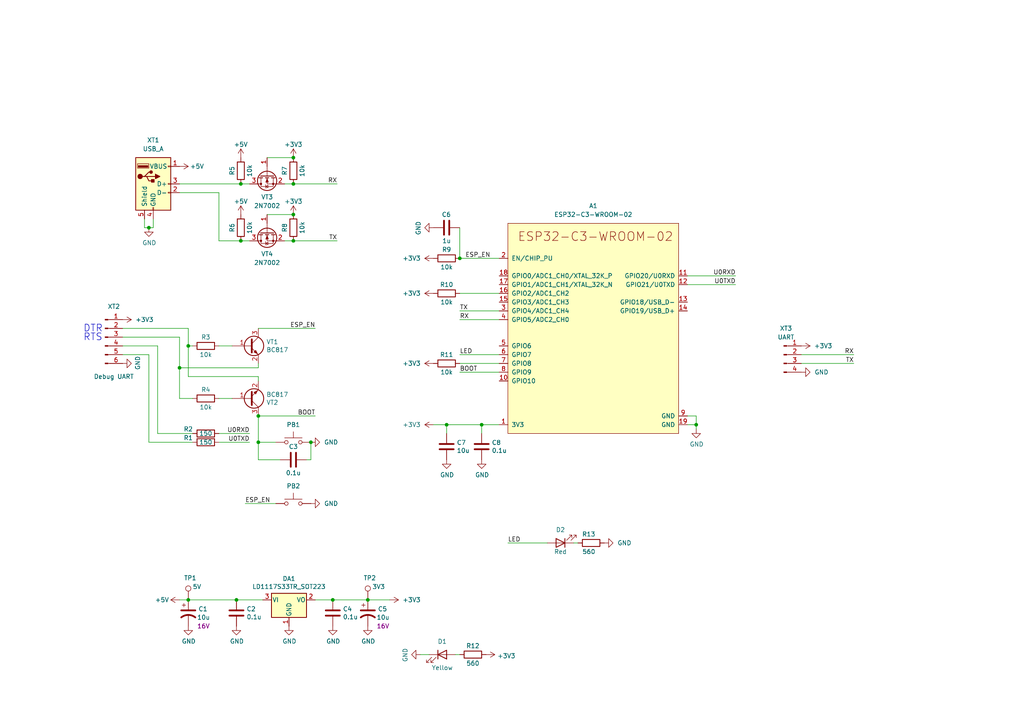
<source format=kicad_sch>
(kicad_sch (version 20211123) (generator eeschema)
  (paper "A4")
  (lib_symbols
    (symbol "Connector:Conn_01x04_Male" (pin_names (offset 1.016) hide)
      (property "Reference" "J" (at 0 5.08 0))
      (property "Value" "Conn_01x04_Male" (at 0 -7.62 0))
      (symbol "Conn_01x04_Male_1_1"
        (polyline (pts (xy 1.27 -5.08) (xy 0.8636 -5.08)) (stroke (width 0.1524)))
        (polyline (pts (xy 1.27 -2.54) (xy 0.8636 -2.54)) (stroke (width 0.1524)))
        (polyline (pts (xy 1.27 0) (xy 0.8636 0)) (stroke (width 0.1524)))
        (polyline (pts (xy 1.27 2.54) (xy 0.8636 2.54)) (stroke (width 0.1524)))
        (rectangle (start 0.8636 -4.953) (end 0 -5.207) (stroke (width 0.1524)) (fill (type outline)))
        (rectangle (start 0.8636 -2.413) (end 0 -2.667) (stroke (width 0.1524)) (fill (type outline)))
        (rectangle (start 0.8636 0.127) (end 0 -0.127) (stroke (width 0.1524)) (fill (type outline)))
        (rectangle (start 0.8636 2.667) (end 0 2.413) (stroke (width 0.1524)) (fill (type outline)))
        (pin passive line (at 5.08 2.54 180) (length 3.81) (name "Pin_1") (number "1"))
        (pin passive line (at 5.08 0 180) (length 3.81) (name "Pin_2") (number "2"))
        (pin passive line (at 5.08 -2.54 180) (length 3.81) (name "Pin_3") (number "3"))
        (pin passive line (at 5.08 -5.08 180) (length 3.81) (name "Pin_4") (number "4"))
      )
    )
    (symbol "Connector:TestPoint" (pin_numbers hide) (pin_names (offset 0.762) hide)
      (property "Reference" "TP" (at 0 6.858 0))
      (property "Value" "TestPoint" (at 0 5.08 0))
      (symbol "TestPoint_0_1"
        (circle (center 0 3.302) (radius 0.762))
      )
      (symbol "TestPoint_1_1"
        (pin passive line (at 0 0 90) (length 2.54) (name "1") (number "1"))
      )
    )
    (symbol "Connector:USB_A" (pin_names (offset 1.016))
      (property "Reference" "J" (at -5.08 11.43 0))
      (property "Value" "USB_A" (at -5.08 8.89 0))
      (symbol "USB_A_0_1"
        (rectangle (start -5.08 -7.62) (end 5.08 7.62) (stroke (width 0.254)) (fill (type background)))
        (circle (center -3.81 2.159) (radius 0.635) (stroke (width 0.254)) (fill (type outline)))
        (rectangle (start -1.524 4.826) (end -4.318 5.334) (fill (type outline)))
        (rectangle (start -1.27 4.572) (end -4.572 5.842))
        (circle (center -0.635 3.429) (radius 0.381) (stroke (width 0.254)) (fill (type outline)))
        (rectangle (start -0.127 -7.62) (end 0.127 -6.858))
        (polyline (pts (xy -3.175 2.159) (xy -2.54 2.159) (xy -1.27 3.429) (xy -0.635 3.429)) (stroke (width 0.254)))
        (polyline (pts (xy -2.54 2.159) (xy -1.905 2.159) (xy -1.27 0.889) (xy 0 0.889)) (stroke (width 0.254)))
        (polyline (pts (xy 0.635 2.794) (xy 0.635 1.524) (xy 1.905 2.159) (xy 0.635 2.794)) (stroke (width 0.254)) (fill (type outline)))
        (rectangle (start 0.254 1.27) (end -0.508 0.508) (stroke (width 0.254)) (fill (type outline)))
        (rectangle (start 5.08 -2.667) (end 4.318 -2.413))
        (rectangle (start 5.08 -0.127) (end 4.318 0.127))
        (rectangle (start 5.08 4.953) (end 4.318 5.207))
      )
      (symbol "USB_A_1_1"
        (polyline (pts (xy -1.905 2.159) (xy 0.635 2.159)) (stroke (width 0.254)))
        (pin power_in line (at 7.62 5.08 180) (length 2.54) (name "VBUS") (number "1"))
        (pin bidirectional line (at 7.62 -2.54 180) (length 2.54) (name "D-") (number "2"))
        (pin bidirectional line (at 7.62 0 180) (length 2.54) (name "D+") (number "3"))
        (pin power_in line (at 0 -10.16 90) (length 2.54) (name "GND") (number "4"))
        (pin passive line (at -2.54 -10.16 90) (length 2.54) (name "Shield") (number "5"))
      )
    )
    (symbol "Device:C" (pin_numbers hide) (pin_names (offset 0.254))
      (property "Reference" "C" (at 0.635 2.54 0))
      (property "Value" "C" (at 0.635 -2.54 0))
      (symbol "C_0_1"
        (polyline (pts (xy -2.032 -0.762) (xy 2.032 -0.762)) (stroke (width 0.508)))
        (polyline (pts (xy -2.032 0.762) (xy 2.032 0.762)) (stroke (width 0.508)))
      )
      (symbol "C_1_1"
        (pin passive line (at 0 3.81 270) (length 2.794) (name "~") (number "1"))
        (pin passive line (at 0 -3.81 90) (length 2.794) (name "~") (number "2"))
      )
    )
    (symbol "Device:LED" (pin_numbers hide) (pin_names (offset 1.016) hide)
      (property "Reference" "D" (at 0 2.54 0))
      (property "Value" "LED" (at 0 -2.54 0))
      (symbol "LED_0_1"
        (polyline (pts (xy -1.27 -1.27) (xy -1.27 1.27)) (stroke (width 0.254)))
        (polyline (pts (xy -1.27 0) (xy 1.27 0)))
        (polyline (pts (xy 1.27 -1.27) (xy 1.27 1.27) (xy -1.27 0) (xy 1.27 -1.27)) (stroke (width 0.254)))
        (polyline (pts (xy -3.048 -0.762) (xy -4.572 -2.286) (xy -3.81 -2.286) (xy -4.572 -2.286) (xy -4.572 -1.524)))
        (polyline (pts (xy -1.778 -0.762) (xy -3.302 -2.286) (xy -2.54 -2.286) (xy -3.302 -2.286) (xy -3.302 -1.524)))
      )
      (symbol "LED_1_1"
        (pin passive line (at -3.81 0 0) (length 2.54) (name "K") (number "1"))
        (pin passive line (at 3.81 0 180) (length 2.54) (name "A") (number "2"))
      )
    )
    (symbol "Device:R" (pin_numbers hide) (pin_names (offset 0))
      (property "Reference" "R" (at 2.032 0 90))
      (property "Value" "R" (at 0 0 90))
      (symbol "R_0_1"
        (rectangle (start -1.016 -2.54) (end 1.016 2.54) (stroke (width 0.254)))
      )
      (symbol "R_1_1"
        (pin passive line (at 0 3.81 270) (length 1.27) (name "~") (number "1"))
        (pin passive line (at 0 -3.81 90) (length 1.27) (name "~") (number "2"))
      )
    )
    (symbol "Espressif:ESP32-C3-WROOM-02" (pin_names (offset 1.016))
      (property "Reference" "U" (at 0 33.02 0))
      (property "Value" "ESP32-C3-WROOM-02" (at 0 -30.48 0))
      (symbol "ESP32-C3-WROOM-02_0_0"
        (text "ESP32-C3-WROOM-02" (at 1.27 27.94 0) (effects (font (size 2.54 2.54))))
      )
      (symbol "ESP32-C3-WROOM-02_0_1"
        (rectangle (start -24.13 31.75) (end 25.4 -29.21) (fill (type background)))
      )
      (symbol "ESP32-C3-WROOM-02_1_1"
        (pin power_in line (at -26.67 -26.67 0) (length 2.54) (name "3V3") (number "1"))
        (pin bidirectional line (at -26.67 -13.97 0) (length 2.54) (name "GPIO10") (number "10"))
        (pin bidirectional line (at 27.94 16.51 180) (length 2.54) (name "GPIO20/U0RXD") (number "11"))
        (pin bidirectional line (at 27.94 13.97 180) (length 2.54) (name "GPIO21/U0TXD") (number "12"))
        (pin bidirectional line (at 27.94 8.89 180) (length 2.54) (name "GPIO18/USB_D-") (number "13"))
        (pin bidirectional line (at 27.94 6.35 180) (length 2.54) (name "GPIO19/USB_D+") (number "14"))
        (pin bidirectional line (at -26.67 8.89 0) (length 2.54) (name "GPIO3/ADC1_CH3") (number "15"))
        (pin bidirectional line (at -26.67 11.43 0) (length 2.54) (name "GPIO2/ADC1_CH2") (number "16"))
        (pin bidirectional line (at -26.67 13.97 0) (length 2.54) (name "GPIO1/ADC1_CH1/XTAL_32K_N") (number "17"))
        (pin bidirectional line (at -26.67 16.51 0) (length 2.54) (name "GPIO0/ADC1_CH0/XTAL_32K_P") (number "18"))
        (pin power_in line (at 27.94 -26.67 180) (length 2.54) (name "GND") (number "19"))
        (pin input line (at -26.67 21.59 0) (length 2.54) (name "EN/CHIP_PU") (number "2"))
        (pin bidirectional line (at -26.67 6.35 0) (length 2.54) (name "GPIO4/ADC1_CH4") (number "3"))
        (pin bidirectional line (at -26.67 3.81 0) (length 2.54) (name "GPIO5/ADC2_CH0") (number "4"))
        (pin bidirectional line (at -26.67 -3.81 0) (length 2.54) (name "GPIO6") (number "5"))
        (pin bidirectional line (at -26.67 -6.35 0) (length 2.54) (name "GPIO7") (number "6"))
        (pin bidirectional line (at -26.67 -8.89 0) (length 2.54) (name "GPIO8") (number "7"))
        (pin bidirectional line (at -26.67 -11.43 0) (length 2.54) (name "GPIO9") (number "8"))
        (pin power_in line (at 27.94 -24.13 180) (length 2.54) (name "GND") (number "9"))
      )
    )
    (symbol "HomeController-rescue:CP1-Device" (pin_numbers hide) (pin_names (offset 0.254) hide)
      (property "Reference" "C" (at 0.635 2.54 0))
      (property "Value" "CP1-Device" (at 0.635 -2.54 0))
      (symbol "CP1-Device_0_1"
        (polyline (pts (xy -2.032 0.762) (xy 2.032 0.762)) (stroke (width 0.508)))
        (polyline (pts (xy -1.778 2.286) (xy -0.762 2.286)))
        (polyline (pts (xy -1.27 1.778) (xy -1.27 2.794)))
        (arc (start 2.032 -1.27) (mid 0 -0.5572) (end -2.032 -1.27) (stroke (width 0.508)))
      )
      (symbol "CP1-Device_1_1"
        (pin passive line (at 0 3.81 270) (length 2.794) (name "~") (number "1"))
        (pin passive line (at 0 -3.81 90) (length 3.302) (name "~") (number "2"))
      )
    )
    (symbol "HomeController4-rescue:+3V3-power" (power) (pin_names (offset 0))
      (property "Value" "+3V3-power" (at 0 3.556 0))
      (symbol "+3V3-power_0_1"
        (polyline (pts (xy -0.762 1.27) (xy 0 2.54)))
        (polyline (pts (xy 0 0) (xy 0 2.54)))
        (polyline (pts (xy 0 2.54) (xy 0.762 1.27)))
      )
      (symbol "+3V3-power_1_1"
        (pin power_in line (at 0 0 90) (length 0) hide (name "+3V3") (number "1"))
      )
    )
    (symbol "HomeController4-rescue:BC817-Transistor_BJT" (pin_names (offset 0) hide)
      (property "Reference" "Q" (at 5.08 1.905 0))
      (property "Value" "BC817-Transistor_BJT" (at 5.08 0 0))
      (symbol "BC817-Transistor_BJT_0_1"
        (polyline (pts (xy 0.635 0.635) (xy 2.54 2.54)))
        (polyline (pts (xy 0.635 -0.635) (xy 2.54 -2.54) (xy 2.54 -2.54)))
        (polyline (pts (xy 0.635 1.905) (xy 0.635 -1.905) (xy 0.635 -1.905)) (stroke (width 0.508)))
        (polyline (pts (xy 1.27 -1.778) (xy 1.778 -1.27) (xy 2.286 -2.286) (xy 1.27 -1.778) (xy 1.27 -1.778)) (fill (type outline)))
        (circle (center 1.27 0) (radius 2.8194) (stroke (width 0.254)))
      )
      (symbol "BC817-Transistor_BJT_1_1"
        (pin input line (at -5.08 0 0) (length 5.715) (name "B") (number "1"))
        (pin passive line (at 2.54 -5.08 90) (length 2.54) (name "E") (number "2"))
        (pin passive line (at 2.54 5.08 270) (length 2.54) (name "C") (number "3"))
      )
    )
    (symbol "HomeController4-rescue:Conn_01x06_Male-Connector" (pin_names (offset 1.016) hide)
      (property "Reference" "J" (at 0 7.62 0))
      (property "Value" "Conn_01x06_Male-Connector" (at 0 -10.16 0))
      (symbol "Conn_01x06_Male-Connector_1_1"
        (polyline (pts (xy 1.27 -7.62) (xy 0.8636 -7.62)) (stroke (width 0.1524)))
        (polyline (pts (xy 1.27 -5.08) (xy 0.8636 -5.08)) (stroke (width 0.1524)))
        (polyline (pts (xy 1.27 -2.54) (xy 0.8636 -2.54)) (stroke (width 0.1524)))
        (polyline (pts (xy 1.27 0) (xy 0.8636 0)) (stroke (width 0.1524)))
        (polyline (pts (xy 1.27 2.54) (xy 0.8636 2.54)) (stroke (width 0.1524)))
        (polyline (pts (xy 1.27 5.08) (xy 0.8636 5.08)) (stroke (width 0.1524)))
        (rectangle (start 0.8636 -7.493) (end 0 -7.747) (stroke (width 0.1524)) (fill (type outline)))
        (rectangle (start 0.8636 -4.953) (end 0 -5.207) (stroke (width 0.1524)) (fill (type outline)))
        (rectangle (start 0.8636 -2.413) (end 0 -2.667) (stroke (width 0.1524)) (fill (type outline)))
        (rectangle (start 0.8636 0.127) (end 0 -0.127) (stroke (width 0.1524)) (fill (type outline)))
        (rectangle (start 0.8636 2.667) (end 0 2.413) (stroke (width 0.1524)) (fill (type outline)))
        (rectangle (start 0.8636 5.207) (end 0 4.953) (stroke (width 0.1524)) (fill (type outline)))
        (pin passive line (at 5.08 5.08 180) (length 3.81) (name "Pin_1") (number "1"))
        (pin passive line (at 5.08 2.54 180) (length 3.81) (name "Pin_2") (number "2"))
        (pin passive line (at 5.08 0 180) (length 3.81) (name "Pin_3") (number "3"))
        (pin passive line (at 5.08 -2.54 180) (length 3.81) (name "Pin_4") (number "4"))
        (pin passive line (at 5.08 -5.08 180) (length 3.81) (name "Pin_5") (number "5"))
        (pin passive line (at 5.08 -7.62 180) (length 3.81) (name "Pin_6") (number "6"))
      )
    )
    (symbol "HomeController4-rescue:GND-power" (power) (pin_names (offset 0))
      (property "Value" "GND-power" (at 0 -3.81 0))
      (symbol "GND-power_0_1"
        (polyline (pts (xy 0 0) (xy 0 -1.27) (xy 1.27 -1.27) (xy 0 -2.54) (xy -1.27 -1.27) (xy 0 -1.27)))
      )
      (symbol "GND-power_1_1"
        (pin power_in line (at 0 0 270) (length 0) hide (name "GND") (number "1"))
      )
    )
    (symbol "HomeController4-rescue:R-Device" (pin_numbers hide) (pin_names (offset 0))
      (property "Reference" "R" (at 2.032 0 90))
      (property "Value" "R-Device" (at 0 0 90))
      (symbol "R-Device_0_1"
        (rectangle (start -1.016 -2.54) (end 1.016 2.54) (stroke (width 0.254)))
      )
      (symbol "R-Device_1_1"
        (pin passive line (at 0 3.81 270) (length 1.27) (name "~") (number "1"))
        (pin passive line (at 0 -3.81 90) (length 1.27) (name "~") (number "2"))
      )
    )
    (symbol "Regulator_Linear:LD1117S33TR_SOT223" (pin_names (offset 0.254))
      (property "Reference" "U" (at -3.81 3.175 0))
      (property "Value" "LD1117S33TR_SOT223" (at 0 3.175 0))
      (symbol "LD1117S33TR_SOT223_0_1"
        (rectangle (start -5.08 -5.08) (end 5.08 1.905) (stroke (width 0.254)) (fill (type background)))
      )
      (symbol "LD1117S33TR_SOT223_1_1"
        (pin power_in line (at 0 -7.62 90) (length 2.54) (name "GND") (number "1"))
        (pin power_out line (at 7.62 0 180) (length 2.54) (name "VO") (number "2"))
        (pin power_in line (at -7.62 0 0) (length 2.54) (name "VI") (number "3"))
      )
    )
    (symbol "Switch:SW_Push" (pin_numbers hide) (pin_names (offset 1.016) hide)
      (property "Reference" "SW" (at 1.27 2.54 0))
      (property "Value" "SW_Push" (at 0 -1.524 0))
      (symbol "SW_Push_0_1"
        (circle (center -2.032 0) (radius 0.508))
        (polyline (pts (xy 0 1.27) (xy 0 3.048)))
        (polyline (pts (xy 2.54 1.27) (xy -2.54 1.27)))
        (circle (center 2.032 0) (radius 0.508))
        (pin passive line (at -5.08 0 0) (length 2.54) (name "1") (number "1"))
        (pin passive line (at 5.08 0 180) (length 2.54) (name "2") (number "2"))
      )
    )
    (symbol "Transistor_FET:2N7002" (pin_names hide)
      (property "Reference" "Q" (at 5.08 1.905 0))
      (property "Value" "2N7002" (at 5.08 0 0))
      (symbol "2N7002_0_1"
        (polyline (pts (xy 0.254 0) (xy -2.54 0)))
        (polyline (pts (xy 0.254 1.905) (xy 0.254 -1.905)) (stroke (width 0.254)))
        (polyline (pts (xy 0.762 -1.27) (xy 0.762 -2.286)) (stroke (width 0.254)))
        (polyline (pts (xy 0.762 0.508) (xy 0.762 -0.508)) (stroke (width 0.254)))
        (polyline (pts (xy 0.762 2.286) (xy 0.762 1.27)) (stroke (width 0.254)))
        (polyline (pts (xy 2.54 2.54) (xy 2.54 1.778)))
        (polyline (pts (xy 2.54 -2.54) (xy 2.54 0) (xy 0.762 0)))
        (polyline (pts (xy 0.762 -1.778) (xy 3.302 -1.778) (xy 3.302 1.778) (xy 0.762 1.778)))
        (polyline (pts (xy 1.016 0) (xy 2.032 0.381) (xy 2.032 -0.381) (xy 1.016 0)) (fill (type outline)))
        (polyline (pts (xy 2.794 0.508) (xy 2.921 0.381) (xy 3.683 0.381) (xy 3.81 0.254)))
        (polyline (pts (xy 3.302 0.381) (xy 2.921 -0.254) (xy 3.683 -0.254) (xy 3.302 0.381)))
        (circle (center 1.651 0) (radius 2.794) (stroke (width 0.254)))
        (circle (center 2.54 -1.778) (radius 0.254) (fill (type outline)))
        (circle (center 2.54 1.778) (radius 0.254) (fill (type outline)))
      )
      (symbol "2N7002_1_1"
        (pin input line (at -5.08 0 0) (length 2.54) (name "G") (number "1"))
        (pin passive line (at 2.54 -5.08 90) (length 2.54) (name "S") (number "2"))
        (pin passive line (at 2.54 5.08 270) (length 2.54) (name "D") (number "3"))
      )
    )
    (symbol "power:+3.3V" (power) (pin_names (offset 0))
      (property "Value" "+3.3V" (at 0 3.556 0))
      (symbol "+3.3V_0_1"
        (polyline (pts (xy -0.762 1.27) (xy 0 2.54)))
        (polyline (pts (xy 0 0) (xy 0 2.54)))
        (polyline (pts (xy 0 2.54) (xy 0.762 1.27)))
      )
      (symbol "+3.3V_1_1"
        (pin power_in line (at 0 0 90) (length 0) hide (name "+3V3") (number "1"))
      )
    )
    (symbol "power:+3V3" (power) (pin_names (offset 0))
      (property "Value" "+3V3" (at 0 3.556 0))
      (symbol "+3V3_0_1"
        (polyline (pts (xy -0.762 1.27) (xy 0 2.54)))
        (polyline (pts (xy 0 0) (xy 0 2.54)))
        (polyline (pts (xy 0 2.54) (xy 0.762 1.27)))
      )
      (symbol "+3V3_1_1"
        (pin power_in line (at 0 0 90) (length 0) hide (name "+3V3") (number "1"))
      )
    )
    (symbol "power:+5V" (power) (pin_names (offset 0))
      (property "Value" "+5V" (at 0 3.556 0))
      (symbol "+5V_0_1"
        (polyline (pts (xy -0.762 1.27) (xy 0 2.54)))
        (polyline (pts (xy 0 0) (xy 0 2.54)))
        (polyline (pts (xy 0 2.54) (xy 0.762 1.27)))
      )
      (symbol "+5V_1_1"
        (pin power_in line (at 0 0 90) (length 0) hide (name "+5V") (number "1"))
      )
    )
    (symbol "power:GND" (power) (pin_names (offset 0))
      (property "Value" "GND" (at 0 -3.81 0))
      (symbol "GND_0_1"
        (polyline (pts (xy 0 0) (xy 0 -1.27) (xy 1.27 -1.27) (xy 0 -2.54) (xy -1.27 -1.27) (xy 0 -1.27)))
      )
      (symbol "GND_1_1"
        (pin power_in line (at 0 0 270) (length 0) hide (name "GND") (number "1"))
      )
    )
  )
  (junction (at 85.09 53.34))
  (junction (at 106.68 173.99))
  (junction (at 90.17 128.27))
  (junction (at 52.07 106.68))
  (junction (at 133.35 74.93))
  (junction (at 54.61 173.99))
  (junction (at 43.18 66.04))
  (junction (at 54.61 100.33))
  (junction (at 69.85 53.34))
  (junction (at 201.93 123.19))
  (junction (at 74.93 120.65))
  (junction (at 85.09 45.72))
  (junction (at 139.7 123.19))
  (junction (at 85.09 69.85))
  (junction (at 129.54 123.19))
  (junction (at 74.93 128.27))
  (junction (at 69.85 69.85))
  (junction (at 68.58 173.99))
  (junction (at 85.09 62.23))
  (junction (at 96.52 173.99))
  (wire (pts (xy 52.07 173.99) (xy 54.61 173.99)))
  (wire (pts (xy 54.61 95.25) (xy 54.61 100.33)))
  (wire (pts (xy 133.35 105.41) (xy 144.78 105.41)))
  (wire (pts (xy 133.35 90.17) (xy 144.78 90.17)))
  (wire (pts (xy 82.55 69.85) (xy 85.09 69.85)))
  (wire (pts (xy 113.03 173.99) (xy 106.68 173.99)))
  (wire (pts (xy 63.5 100.33) (xy 67.31 100.33)))
  (wire (pts (xy 68.58 173.99) (xy 54.61 173.99)))
  (wire (pts (xy 199.39 80.01) (xy 213.36 80.01)))
  (wire (pts (xy 74.93 128.27) (xy 80.01 128.27)))
  (wire (pts (xy 74.93 109.22) (xy 54.61 109.22)))
  (wire (pts (xy 63.5 115.57) (xy 67.31 115.57)))
  (wire (pts (xy 96.52 173.99) (xy 91.44 173.99)))
  (wire (pts (xy 81.28 133.35) (xy 74.93 133.35)))
  (wire (pts (xy 106.68 173.99) (xy 96.52 173.99)))
  (wire (pts (xy 88.9 133.35) (xy 90.17 133.35)))
  (wire (pts (xy 55.88 125.73) (xy 45.72 125.73)))
  (wire (pts (xy 63.5 55.88) (xy 63.5 69.85)))
  (wire (pts (xy 129.54 123.19) (xy 129.54 125.73)))
  (wire (pts (xy 55.88 100.33) (xy 54.61 100.33)))
  (wire (pts (xy 44.45 63.5) (xy 44.45 66.04)))
  (wire (pts (xy 54.61 95.25) (xy 35.56 95.25)))
  (wire (pts (xy 76.2 173.99) (xy 68.58 173.99)))
  (wire (pts (xy 52.07 115.57) (xy 55.88 115.57)))
  (wire (pts (xy 199.39 123.19) (xy 201.93 123.19)))
  (wire (pts (xy 201.93 123.19) (xy 201.93 120.65)))
  (wire (pts (xy 43.18 102.87) (xy 43.18 128.27)))
  (wire (pts (xy 74.93 105.41) (xy 74.93 106.68)))
  (wire (pts (xy 133.35 189.865) (xy 132.08 189.865)))
  (wire (pts (xy 77.47 62.23) (xy 85.09 62.23)))
  (wire (pts (xy 133.35 102.87) (xy 144.78 102.87)))
  (wire (pts (xy 199.39 82.55) (xy 213.36 82.55)))
  (wire (pts (xy 52.07 55.88) (xy 63.5 55.88)))
  (wire (pts (xy 74.93 120.65) (xy 91.44 120.65)))
  (wire (pts (xy 52.07 53.34) (xy 69.85 53.34)))
  (wire (pts (xy 133.35 66.04) (xy 133.35 74.93)))
  (wire (pts (xy 45.72 100.33) (xy 35.56 100.33)))
  (wire (pts (xy 147.32 157.48) (xy 158.75 157.48)))
  (wire (pts (xy 52.07 106.68) (xy 52.07 115.57)))
  (wire (pts (xy 133.35 85.09) (xy 144.78 85.09)))
  (wire (pts (xy 74.93 106.68) (xy 52.07 106.68)))
  (wire (pts (xy 125.73 123.19) (xy 129.54 123.19)))
  (wire (pts (xy 69.85 69.85) (xy 72.39 69.85)))
  (wire (pts (xy 74.93 95.25) (xy 91.44 95.25)))
  (wire (pts (xy 74.93 133.35) (xy 74.93 128.27)))
  (wire (pts (xy 44.45 66.04) (xy 43.18 66.04)))
  (wire (pts (xy 74.93 110.49) (xy 74.93 109.22)))
  (wire (pts (xy 69.85 53.34) (xy 72.39 53.34)))
  (wire (pts (xy 232.41 102.87) (xy 247.65 102.87)))
  (wire (pts (xy 166.37 157.48) (xy 167.64 157.48)))
  (wire (pts (xy 45.72 125.73) (xy 45.72 100.33)))
  (wire (pts (xy 139.7 123.19) (xy 139.7 125.73)))
  (wire (pts (xy 41.91 66.04) (xy 43.18 66.04)))
  (wire (pts (xy 63.5 128.27) (xy 72.39 128.27)))
  (wire (pts (xy 74.93 128.27) (xy 74.93 120.65)))
  (wire (pts (xy 129.54 123.19) (xy 139.7 123.19)))
  (wire (pts (xy 63.5 69.85) (xy 69.85 69.85)))
  (wire (pts (xy 85.09 53.34) (xy 97.79 53.34)))
  (wire (pts (xy 124.46 189.865) (xy 121.92 189.865)))
  (wire (pts (xy 90.17 133.35) (xy 90.17 128.27)))
  (wire (pts (xy 133.35 107.95) (xy 144.78 107.95)))
  (wire (pts (xy 82.55 53.34) (xy 85.09 53.34)))
  (wire (pts (xy 133.35 74.93) (xy 144.78 74.93)))
  (wire (pts (xy 133.35 92.71) (xy 144.78 92.71)))
  (wire (pts (xy 139.7 123.19) (xy 144.78 123.19)))
  (wire (pts (xy 232.41 105.41) (xy 247.65 105.41)))
  (wire (pts (xy 54.61 109.22) (xy 54.61 100.33)))
  (wire (pts (xy 85.09 69.85) (xy 97.79 69.85)))
  (wire (pts (xy 52.07 97.79) (xy 35.56 97.79)))
  (wire (pts (xy 77.47 45.72) (xy 85.09 45.72)))
  (wire (pts (xy 52.07 97.79) (xy 52.07 106.68)))
  (wire (pts (xy 43.18 128.27) (xy 55.88 128.27)))
  (wire (pts (xy 63.5 125.73) (xy 72.39 125.73)))
  (wire (pts (xy 201.93 120.65) (xy 199.39 120.65)))
  (wire (pts (xy 41.91 63.5) (xy 41.91 66.04)))
  (wire (pts (xy 71.12 146.05) (xy 80.01 146.05)))
  (wire (pts (xy 35.56 102.87) (xy 43.18 102.87)))
  (wire (pts (xy 201.93 124.46) (xy 201.93 123.19)))
  (text "DTR" (at 24.13 96.52 0) (effects (font (size 2.0066 2.0066)) (justify left bottom)))
  (text "RTS" (at 24.13 99.06 0) (effects (font (size 2.0066 2.0066)) (justify left bottom)))
  (label "RX" (at 247.65 102.87 180))
  (label "U0TXD" (at 72.39 128.27 180))
  (label "RX" (at 97.79 53.34 180))
  (label "ESP_EN" (at 142.24 74.93 180))
  (label "LED" (at 133.35 102.87 0))
  (label "TX" (at 133.35 90.17 0))
  (label "RX" (at 133.35 92.71 0))
  (label "U0RXD" (at 72.39 125.73 180))
  (label "ESP_EN" (at 71.12 146.05 0))
  (label "U0TXD" (at 213.36 82.55 180))
  (label "U0RXD" (at 213.36 80.01 180))
  (label "BOOT" (at 91.44 120.65 180))
  (label "TX" (at 247.65 105.41 180))
  (label "ESP_EN" (at 91.44 95.25 180))
  (label "BOOT" (at 133.35 107.95 0))
  (label "LED" (at 147.32 157.48 0))
  (label "TX" (at 97.79 69.85 180))
  (symbol (lib_id "power:GND") (at 54.61 181.61 0) (unit 1)
    (property "Reference" "#PWR06" (effects hide))
    (property "Value" "GND" (at 54.737 186.0042 0))
  )
  (symbol (lib_id "HomeController4-rescue:+3V3-power") (at 35.56 92.71 270) (unit 1)
    (property "Reference" "#PWR01" (effects hide))
    (property "Value" "+3V3" (at 41.91 92.71 90))
  )
  (symbol (lib_id "Switch:SW_Push") (at 85.09 128.27 0) (unit 1)
    (property "Reference" "PB1" (at 85.09 123.19 0))
    (property "Value" "BOOT" (effects hide))
    (property "Footprint" "Button_Switch_SMD:SW_SPST_B3U-1000P" (effects hide))
    (property "PartNumber" "B3U1000P" (effects hide))
  )
  (symbol (lib_id "Device:C") (at 68.58 177.8 0) (unit 1)
    (property "Reference" "C2" (at 71.501 176.6316 0) (effects (justify left)))
    (property "Value" "0.1u" (at 71.501 178.943 0) (effects (justify left)))
    (property "Footprint" "Capacitor_SMD:C_0603_1608Metric" (effects hide))
  )
  (symbol (lib_id "power:GND") (at 83.82 181.61 0) (unit 1)
    (property "Reference" "#PWR012" (effects hide))
    (property "Value" "GND" (at 83.947 186.0042 0))
  )
  (symbol (lib_id "power:GND") (at 90.17 146.05 90) (unit 1)
    (property "Reference" "#PWR011" (effects hide))
    (property "Value" "GND" (at 93.98 146.0499 90) (effects (justify right)))
  )
  (symbol (lib_id "power:+3V3") (at 232.41 100.33 270) (unit 1)
    (property "Reference" "#PWR029" (effects hide))
    (property "Value" "+3V3" (at 238.76 100.33 90))
  )
  (symbol (lib_id "power:GND") (at 121.92 189.865 270) (unit 1)
    (property "Reference" "#PWR018" (effects hide))
    (property "Value" "GND" (at 117.5258 189.992 0))
  )
  (symbol (lib_id "HomeController4-rescue:R-Device") (at 129.54 74.93 270) (unit 1)
    (property "Reference" "R9" (at 129.54 72.39 90))
    (property "Value" "10k" (at 129.54 77.47 90))
    (property "Footprint" "Resistor_SMD:R_0603_1608Metric" (effects hide))
    (property "Tolerance" "5" (effects hide))
    (property "Package" "0603" (effects hide))
  )
  (symbol (lib_id "Device:C") (at 129.54 129.54 0) (unit 1)
    (property "Reference" "C7" (at 132.461 128.3716 0) (effects (justify left)))
    (property "Value" "10u" (at 132.461 130.683 0) (effects (justify left)))
    (property "Footprint" "Capacitor_SMD:C_0805_2012Metric" (effects hide))
  )
  (symbol (lib_id "HomeController4-rescue:R-Device") (at 129.54 105.41 270) (unit 1)
    (property "Reference" "R11" (at 129.54 102.87 90))
    (property "Value" "10k" (at 129.54 107.95 90))
    (property "Footprint" "Resistor_SMD:R_0603_1608Metric" (effects hide))
    (property "Tolerance" "5" (effects hide))
    (property "Package" "0603" (effects hide))
  )
  (symbol (lib_id "HomeController4-rescue:R-Device") (at 69.85 66.04 0) (unit 1)
    (property "Reference" "R6" (at 67.31 66.04 90))
    (property "Value" "10k" (at 72.39 66.04 90))
    (property "Footprint" "Resistor_SMD:R_0603_1608Metric" (effects hide))
    (property "Tolerance" "5" (effects hide))
    (property "Package" "0603" (effects hide))
  )
  (symbol (lib_id "power:+5V") (at 52.07 173.99 90) (unit 1)
    (property "Reference" "#PWR05" (effects hide))
    (property "Value" "+5V" (at 46.99 173.99 90))
  )
  (symbol (lib_id "power:GND") (at 232.41 107.95 90) (unit 1)
    (property "Reference" "#PWR030" (effects hide))
    (property "Value" "GND" (at 236.22 107.9499 90) (effects (justify right)))
  )
  (symbol (lib_id "power:+5V") (at 69.85 45.72 0) (unit 1)
    (property "Reference" "#PWR08" (effects hide))
    (property "Value" "+5V" (at 69.85 41.91 0))
  )
  (symbol (lib_id "HomeController4-rescue:R-Device") (at 85.09 49.53 0) (unit 1)
    (property "Reference" "R7" (at 82.55 49.53 90))
    (property "Value" "10k" (at 87.63 49.53 90))
    (property "Footprint" "Resistor_SMD:R_0603_1608Metric" (effects hide))
    (property "Tolerance" "5" (effects hide))
    (property "Package" "0603" (effects hide))
  )
  (symbol (lib_id "Connector:TestPoint") (at 106.68 173.99 0) (unit 1)
    (property "Reference" "TP2" (at 105.41 167.64 0) (effects (justify left)))
    (property "Value" "3V3" (at 107.95 170.18 0) (effects (justify left)))
    (property "Footprint" "TestPoint:TestPoint_Pad_D1.5mm" (effects hide))
  )
  (symbol (lib_id "Espressif:ESP32-C3-WROOM-02") (at 171.45 96.52 0) (unit 1)
    (property "Reference" "A1" (at 172.085 59.69 0))
    (property "Value" "ESP32-C3-WROOM-02" (at 172.085 62.23 0))
    (property "Footprint" "Espressif:ESP32-C3-WROOM-02" (effects hide))
    (property "Datasheet" "https://www.espressif.com/sites/default/files/documentation/esp32-c3-wroom-02_datasheet_en.pdf" (effects hide))
  )
  (symbol (lib_id "power:GND") (at 201.93 124.46 0) (unit 1)
    (property "Reference" "#PWR028" (effects hide))
    (property "Value" "GND" (at 202.057 128.8542 0))
  )
  (symbol (lib_id "Connector:USB_A") (at 44.45 53.34 0) (unit 1)
    (property "Reference" "XT1" (at 44.45 40.64 0))
    (property "Value" "USB_A" (at 44.45 43.18 0))
    (property "Footprint" "MyLIB:L-KLS1-180A-W" (effects hide))
    (property "Datasheet" " ~" (effects hide))
  )
  (symbol (lib_id "Device:LED") (at 162.56 157.48 180) (unit 1)
    (property "Reference" "D2" (at 162.56 153.67 0))
    (property "Value" "Red" (at 162.56 160.02 0))
    (property "Footprint" "LED_SMD:LED_0805_2012Metric_Pad1.15x1.40mm_HandSolder" (effects hide))
  )
  (symbol (lib_id "power:GND") (at 125.73 66.04 270) (unit 1)
    (property "Reference" "#PWR019" (effects hide))
    (property "Value" "GND" (at 121.3358 66.167 0))
  )
  (symbol (lib_id "Device:C") (at 139.7 129.54 0) (unit 1)
    (property "Reference" "C8" (at 142.621 128.3716 0) (effects (justify left)))
    (property "Value" "0.1u" (at 142.621 130.683 0) (effects (justify left)))
    (property "Footprint" "Capacitor_SMD:C_0603_1608Metric" (effects hide))
  )
  (symbol (lib_id "power:+3V3") (at 125.73 74.93 90) (unit 1)
    (property "Reference" "#PWR020" (effects hide))
    (property "Value" "+3V3" (at 119.38 74.93 90))
  )
  (symbol (lib_id "power:+3V3") (at 113.03 173.99 270) (unit 1)
    (property "Reference" "#PWR017" (effects hide))
    (property "Value" "+3V3" (at 119.38 173.99 90))
  )
  (symbol (lib_id "power:GND") (at 175.26 157.48 90) (unit 1)
    (property "Reference" "#PWR027" (effects hide))
    (property "Value" "GND" (at 179.07 157.4799 90) (effects (justify right)))
  )
  (symbol (lib_id "power:+3V3") (at 125.73 123.19 90) (unit 1)
    (property "Reference" "#PWR023" (effects hide))
    (property "Value" "+3V3" (at 119.38 123.19 90))
  )
  (symbol (lib_id "HomeController4-rescue:R-Device") (at 59.69 125.73 270) (unit 1)
    (property "Reference" "R2" (at 54.61 124.46 90))
    (property "Value" "150" (at 59.69 125.73 90))
    (property "Footprint" "Resistor_SMD:R_0603_1608Metric" (effects hide))
    (property "Tolerance" "5" (effects hide))
    (property "Package" "0603" (effects hide))
  )
  (symbol (lib_id "Connector:TestPoint") (at 54.61 173.99 0) (unit 1)
    (property "Reference" "TP1" (at 53.34 167.64 0) (effects (justify left)))
    (property "Value" "5V" (at 55.88 170.18 0) (effects (justify left)))
    (property "Footprint" "TestPoint:TestPoint_Pad_D1.5mm" (effects hide))
  )
  (symbol (lib_id "Transistor_FET:2N7002") (at 77.47 67.31 90) (mirror x) (unit 1)
    (property "Reference" "VT4" (at 77.47 73.66 90))
    (property "Value" "2N7002" (at 77.47 76.2 90))
    (property "Footprint" "Package_TO_SOT_SMD:SOT-23" (effects hide))
    (property "Datasheet" "https://www.onsemi.com/pub/Collateral/NDS7002A-D.PDF" (effects hide))
  )
  (symbol (lib_id "HomeController4-rescue:R-Device") (at 129.54 85.09 270) (unit 1)
    (property "Reference" "R10" (at 129.54 82.55 90))
    (property "Value" "10k" (at 129.54 87.63 90))
    (property "Footprint" "Resistor_SMD:R_0603_1608Metric" (effects hide))
    (property "Tolerance" "5" (effects hide))
    (property "Package" "0603" (effects hide))
  )
  (symbol (lib_id "Switch:SW_Push") (at 85.09 146.05 0) (unit 1)
    (property "Reference" "PB2" (at 85.09 140.97 0))
    (property "Value" "RESET" (effects hide))
    (property "Footprint" "Button_Switch_SMD:SW_SPST_B3U-1000P" (effects hide))
    (property "PartNumber" "B3U1000P" (effects hide))
  )
  (symbol (lib_id "power:+3V3") (at 85.09 62.23 0) (unit 1)
    (property "Reference" "#PWR014" (effects hide))
    (property "Value" "+3V3" (at 85.09 58.42 0))
  )
  (symbol (lib_id "power:+5V") (at 52.07 48.26 270) (unit 1)
    (property "Reference" "#PWR04" (effects hide))
    (property "Value" "+5V" (at 57.15 48.26 90))
  )
  (symbol (lib_id "power:+3V3") (at 125.73 85.09 90) (unit 1)
    (property "Reference" "#PWR021" (effects hide))
    (property "Value" "+3V3" (at 119.38 85.09 90))
  )
  (symbol (lib_id "power:+5V") (at 69.85 62.23 0) (unit 1)
    (property "Reference" "#PWR09" (effects hide))
    (property "Value" "+5V" (at 69.85 58.42 0))
  )
  (symbol (lib_id "HomeController4-rescue:R-Device") (at 85.09 66.04 0) (unit 1)
    (property "Reference" "R8" (at 82.55 66.04 90))
    (property "Value" "10k" (at 87.63 66.04 90))
    (property "Footprint" "Resistor_SMD:R_0603_1608Metric" (effects hide))
    (property "Tolerance" "5" (effects hide))
    (property "Package" "0603" (effects hide))
  )
  (symbol (lib_id "HomeController4-rescue:BC817-Transistor_BJT") (at 72.39 100.33 0) (unit 1)
    (property "Reference" "VT1" (at 77.2414 99.1616 0) (effects (justify left)))
    (property "Value" "BC817" (at 77.2414 101.473 0) (effects (justify left)))
    (property "Footprint" "Package_TO_SOT_SMD:SOT-23" (effects hide))
    (property "Datasheet" "http://www.fairchildsemi.com/ds/BC/BC817.pdf" (effects hide))
  )
  (symbol (lib_id "Connector:Conn_01x04_Male") (at 227.33 102.87 0) (unit 1)
    (property "Reference" "XT3" (at 227.965 95.25 0))
    (property "Value" "UART" (at 227.965 97.79 0))
    (property "Footprint" "Connector_PinHeader_2.54mm:PinHeader_1x04_P2.54mm_Vertical" (effects hide))
  )
  (symbol (lib_id "HomeController4-rescue:Conn_01x06_Male-Connector") (at 30.48 97.79 0) (unit 1)
    (property "Reference" "XT2" (at 33.02 88.9 0))
    (property "Value" "Debug UART" (at 33.02 109.22 0))
    (property "Footprint" "Connector_PinHeader_2.54mm:PinHeader_1x06_P2.54mm_Vertical" (effects hide))
  )
  (symbol (lib_id "Device:C") (at 96.52 177.8 0) (unit 1)
    (property "Reference" "C4" (at 99.441 176.6316 0) (effects (justify left)))
    (property "Value" "0.1u" (at 99.441 178.943 0) (effects (justify left)))
    (property "Footprint" "Capacitor_SMD:C_0603_1608Metric" (effects hide))
  )
  (symbol (lib_id "power:GND") (at 129.54 133.35 0) (unit 1)
    (property "Reference" "#PWR024" (effects hide))
    (property "Value" "GND" (at 129.667 137.7442 0))
  )
  (symbol (lib_id "HomeController-rescue:CP1-Device") (at 54.61 177.8 0) (unit 1)
    (property "Reference" "C1" (at 57.531 176.6316 0) (effects (justify left)))
    (property "Value" "10u" (at 57.15 179.07 0) (effects (justify left)))
    (property "Footprint" "Capacitor_Tantalum_SMD:CP_EIA-3216-18_Kemet-A" (effects hide))
    (property "Voltage" "16V" (at 57.15 181.61 0) (effects (justify left)))
  )
  (symbol (lib_id "HomeController4-rescue:R-Device") (at 59.69 128.27 270) (unit 1)
    (property "Reference" "R1" (at 54.61 127 90))
    (property "Value" "150" (at 59.69 128.27 90))
    (property "Footprint" "Resistor_SMD:R_0603_1608Metric" (effects hide))
    (property "Tolerance" "5" (effects hide))
    (property "Package" "0603" (effects hide))
  )
  (symbol (lib_id "Device:C") (at 85.09 133.35 90) (unit 1)
    (property "Reference" "C3" (at 85.09 129.54 90))
    (property "Value" "0.1u" (at 85.09 137.16 90))
    (property "Footprint" "Capacitor_SMD:C_0603_1608Metric" (effects hide))
  )
  (symbol (lib_id "Device:LED") (at 128.27 189.865 0) (unit 1)
    (property "Reference" "D1" (at 128.27 186.055 0))
    (property "Value" "Yellow" (at 128.27 193.675 0))
    (property "Footprint" "LED_SMD:LED_0805_2012Metric_Pad1.15x1.40mm_HandSolder" (effects hide))
  )
  (symbol (lib_id "power:GND") (at 68.58 181.61 0) (unit 1)
    (property "Reference" "#PWR07" (effects hide))
    (property "Value" "GND" (at 68.707 186.0042 0))
  )
  (symbol (lib_id "power:+3V3") (at 125.73 105.41 90) (unit 1)
    (property "Reference" "#PWR022" (effects hide))
    (property "Value" "+3V3" (at 119.38 105.41 90))
  )
  (symbol (lib_id "power:+3.3V") (at 140.97 189.865 270) (unit 1)
    (property "Reference" "#PWR026" (effects hide))
    (property "Value" "+3.3V" (at 144.2212 190.246 90) (effects (justify left)))
  )
  (symbol (lib_id "HomeController-rescue:CP1-Device") (at 106.68 177.8 0) (unit 1)
    (property "Reference" "C5" (at 109.601 176.6316 0) (effects (justify left)))
    (property "Value" "10u" (at 109.22 179.07 0) (effects (justify left)))
    (property "Footprint" "Capacitor_Tantalum_SMD:CP_EIA-3216-18_Kemet-A" (effects hide))
    (property "Voltage" "16V" (at 109.22 181.61 0) (effects (justify left)))
  )
  (symbol (lib_id "power:GND") (at 106.68 181.61 0) (unit 1)
    (property "Reference" "#PWR016" (effects hide))
    (property "Value" "GND" (at 106.807 186.0042 0))
  )
  (symbol (lib_id "power:GND") (at 96.52 181.61 0) (unit 1)
    (property "Reference" "#PWR015" (effects hide))
    (property "Value" "GND" (at 96.647 186.0042 0))
  )
  (symbol (lib_id "HomeController4-rescue:R-Device") (at 59.69 100.33 270) (unit 1)
    (property "Reference" "R3" (at 59.69 97.79 90))
    (property "Value" "10k" (at 59.69 102.87 90))
    (property "Footprint" "Resistor_SMD:R_0603_1608Metric" (effects hide))
    (property "Tolerance" "5" (effects hide))
    (property "Package" "0603" (effects hide))
  )
  (symbol (lib_id "Device:C") (at 129.54 66.04 90) (unit 1)
    (property "Reference" "C6" (at 130.81 62.23 90) (effects (justify left)))
    (property "Value" "1u" (at 129.54 69.85 90))
    (property "Footprint" "Capacitor_SMD:C_0603_1608Metric" (effects hide))
  )
  (symbol (lib_id "power:GND") (at 43.18 66.04 0) (unit 1)
    (property "Reference" "#PWR03" (effects hide))
    (property "Value" "GND" (at 43.307 70.4342 0))
  )
  (symbol (lib_id "power:+3V3") (at 85.09 45.72 0) (unit 1)
    (property "Reference" "#PWR013" (effects hide))
    (property "Value" "+3V3" (at 85.09 41.91 0))
  )
  (symbol (lib_id "Device:R") (at 137.16 189.865 270) (unit 1)
    (property "Reference" "R12" (at 137.16 187.325 90))
    (property "Value" "560" (at 137.16 192.405 90))
    (property "Footprint" "Resistor_SMD:R_0603_1608Metric" (effects hide))
  )
  (symbol (lib_id "Regulator_Linear:LD1117S33TR_SOT223") (at 83.82 173.99 0) (unit 1)
    (property "Reference" "DA1" (at 83.82 167.8432 0))
    (property "Value" "LD1117S33TR_SOT223" (at 83.82 170.1546 0))
    (property "Footprint" "Package_TO_SOT_SMD:SOT-223-3_TabPin2" (effects hide))
    (property "Datasheet" "http://www.st.com/st-web-ui/static/active/en/resource/technical/document/datasheet/CD00000544.pdf" (effects hide))
  )
  (symbol (lib_id "HomeController4-rescue:R-Device") (at 59.69 115.57 270) (unit 1)
    (property "Reference" "R4" (at 59.69 113.03 90))
    (property "Value" "10k" (at 59.69 118.11 90))
    (property "Footprint" "Resistor_SMD:R_0603_1608Metric" (effects hide))
    (property "Tolerance" "5" (effects hide))
    (property "Package" "0603" (effects hide))
  )
  (symbol (lib_id "power:GND") (at 90.17 128.27 90) (unit 1)
    (property "Reference" "#PWR010" (effects hide))
    (property "Value" "GND" (at 93.98 128.2699 90) (effects (justify right)))
  )
  (symbol (lib_id "power:GND") (at 139.7 133.35 0) (unit 1)
    (property "Reference" "#PWR025" (effects hide))
    (property "Value" "GND" (at 139.827 137.7442 0))
  )
  (symbol (lib_id "Transistor_FET:2N7002") (at 77.47 50.8 90) (mirror x) (unit 1)
    (property "Reference" "VT3" (at 77.47 57.15 90))
    (property "Value" "2N7002" (at 77.47 59.69 90))
    (property "Footprint" "Package_TO_SOT_SMD:SOT-23" (effects hide))
    (property "Datasheet" "https://www.onsemi.com/pub/Collateral/NDS7002A-D.PDF" (effects hide))
  )
  (symbol (lib_id "Device:R") (at 171.45 157.48 90) (unit 1)
    (property "Reference" "R13" (at 172.72 154.94 90) (effects (justify left)))
    (property "Value" "560" (at 172.72 160.02 90) (effects (justify left)))
    (property "Footprint" "Resistor_SMD:R_0603_1608Metric" (effects hide))
    (property "Tolerance" "5%" (effects hide))
  )
  (symbol (lib_id "HomeController4-rescue:BC817-Transistor_BJT") (at 72.39 115.57 0) (mirror x) (unit 1)
    (property "Reference" "VT2" (at 77.2414 116.7384 0) (effects (justify left)))
    (property "Value" "BC817" (at 77.2414 114.427 0) (effects (justify left)))
    (property "Footprint" "Package_TO_SOT_SMD:SOT-23" (effects hide))
    (property "Datasheet" "http://www.fairchildsemi.com/ds/BC/BC817.pdf" (effects hide))
  )
  (symbol (lib_id "HomeController4-rescue:GND-power") (at 35.56 105.41 90) (unit 1)
    (property "Reference" "#PWR02" (effects hide))
    (property "Value" "GND" (at 39.9542 105.283 0))
  )
  (symbol (lib_id "HomeController4-rescue:R-Device") (at 69.85 49.53 0) (unit 1)
    (property "Reference" "R5" (at 67.31 49.53 90))
    (property "Value" "10k" (at 72.39 49.53 90))
    (property "Footprint" "Resistor_SMD:R_0603_1608Metric" (effects hide))
    (property "Tolerance" "5" (effects hide))
    (property "Package" "0603" (effects hide))
  )
)
</source>
